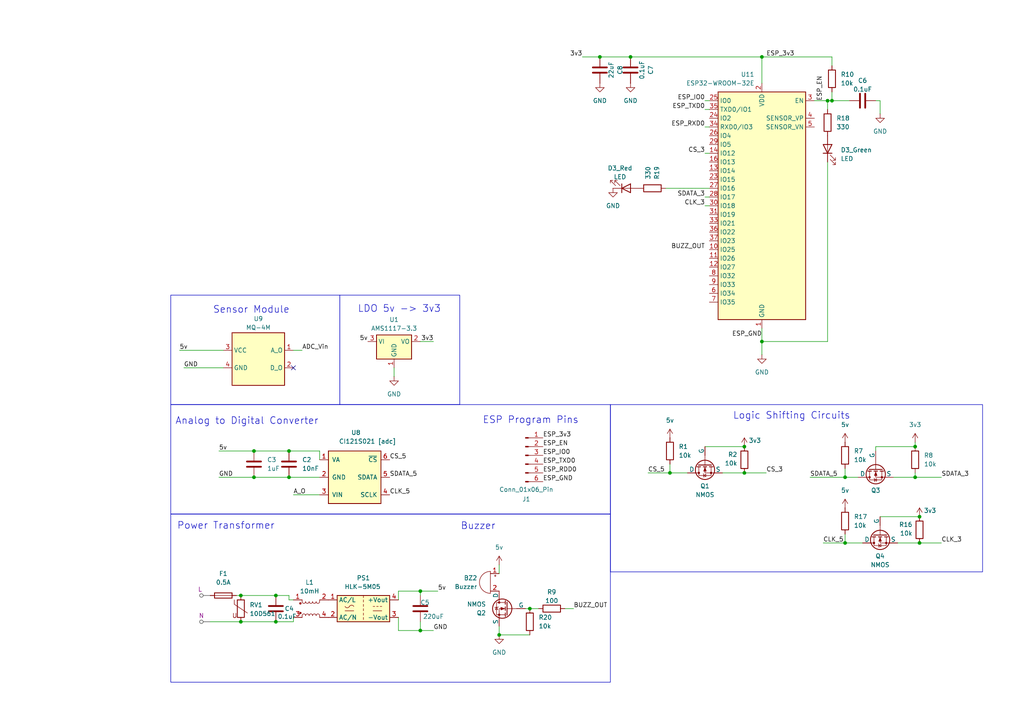
<source format=kicad_sch>
(kicad_sch (version 20250114) (generator "eeschema") (generator_version "9.0")
  (paper "A4")
  (lib_symbols
    (symbol "Analog_ADC:ADS1110" (pin_names (offset 1.016))
      (property "Reference" "U8" (at -1.016 12.954 0))
      (property "Value" "CI121S021" (at -4.572 10.414 0))
      (symbol "ADS1110_0_1"
        (rectangle (start -7.62 7.62) (end 7.62 -7.62) (stroke (width 0.254)) (fill (type background)))
      )
      (symbol "ADS1110_1_1"
        (pin power_in line (at -10.16 5.08 0) (length 2.54) (name "VA") (number "1"))
        (pin input line (at -10.16 0 0) (length 2.54) (name "GND") (number "2"))
        (pin input line (at -10.16 -5.08 0) (length 2.54) (name "VIN") (number "3"))
        (pin power_in line (at 10.16 5.08 180) (length 2.54) (name "~{CS}") (number "6"))
        (pin input line (at 10.16 0 180) (length 2.54) (name "SDATA") (number "5"))
        (pin input line (at 10.16 -5.08 180) (length 2.54) (name "SCLK") (number "4"))
      )
    )
    (symbol "Connector:Conn_01x06_Pin" (pin_names (offset 1.016) (hide yes))
      (property "Reference" "J" (at 0 7.62 0))
      (property "Value" "Conn_01x06_Pin" (at 0 -10.16 0))
      (symbol "Conn_01x06_Pin_1_1"
        (rectangle (start 0.8636 5.207) (end 0 4.953) (stroke (width 0.1524)) (fill (type outline)))
        (rectangle (start 0.8636 2.667) (end 0 2.413) (stroke (width 0.1524)) (fill (type outline)))
        (rectangle (start 0.8636 0.127) (end 0 -0.127) (stroke (width 0.1524)) (fill (type outline)))
        (rectangle (start 0.8636 -2.413) (end 0 -2.667) (stroke (width 0.1524)) (fill (type outline)))
        (rectangle (start 0.8636 -4.953) (end 0 -5.207) (stroke (width 0.1524)) (fill (type outline)))
        (rectangle (start 0.8636 -7.493) (end 0 -7.747) (stroke (width 0.1524)) (fill (type outline)))
        (polyline (pts (xy 1.27 5.08) (xy 0.8636 5.08)) (stroke (width 0.1524)))
        (polyline (pts (xy 1.27 2.54) (xy 0.8636 2.54)) (stroke (width 0.1524)))
        (polyline (pts (xy 1.27 0) (xy 0.8636 0)) (stroke (width 0.1524)))
        (polyline (pts (xy 1.27 -2.54) (xy 0.8636 -2.54)) (stroke (width 0.1524)))
        (polyline (pts (xy 1.27 -5.08) (xy 0.8636 -5.08)) (stroke (width 0.1524)))
        (polyline (pts (xy 1.27 -7.62) (xy 0.8636 -7.62)) (stroke (width 0.1524)))
        (pin passive line (at 5.08 5.08 180) (length 3.81) (name "Pin_1") (number "1"))
        (pin passive line (at 5.08 2.54 180) (length 3.81) (name "Pin_2") (number "2"))
        (pin passive line (at 5.08 0 180) (length 3.81) (name "Pin_3") (number "3"))
        (pin passive line (at 5.08 -2.54 180) (length 3.81) (name "Pin_4") (number "4"))
        (pin passive line (at 5.08 -5.08 180) (length 3.81) (name "Pin_5") (number "5"))
        (pin passive line (at 5.08 -7.62 180) (length 3.81) (name "Pin_6") (number "6"))
      )
    )
    (symbol "Converter_ACDC:HLK-5M05"
      (property "Reference" "PS" (at 0 5.08 0))
      (property "Value" "HLK-5M05" (at 0 -5.08 0))
      (symbol "HLK-5M05_0_1"
        (rectangle (start -7.62 3.81) (end 7.62 -3.81) (stroke (width 0.254)) (fill (type background)))
        (polyline (pts (xy -5.334 -0.635) (xy -2.794 -0.635)))
        (arc (start -4.064 0.635) (mid -4.699 0.2495) (end -5.334 0.635))
        (arc (start -4.064 0.635) (mid -3.429 1.0072) (end -2.794 0.635))
        (polyline (pts (xy 0 3.81) (xy 0 3.175)))
        (polyline (pts (xy 0 2.54) (xy 0 1.905)))
        (polyline (pts (xy 0 1.27) (xy 0 0.635)))
        (polyline (pts (xy 0 0) (xy 0 -0.635)))
        (polyline (pts (xy 0 -1.27) (xy 0 -1.905)))
        (polyline (pts (xy 0 -2.54) (xy 0 -3.175)))
        (polyline (pts (xy 2.794 0.635) (xy 3.302 0.635)))
        (polyline (pts (xy 2.794 -0.635) (xy 5.334 -0.635)))
        (polyline (pts (xy 3.81 0.635) (xy 4.318 0.635)))
        (polyline (pts (xy 4.826 0.635) (xy 5.334 0.635)))
      )
      (symbol "HLK-5M05_1_1"
        (pin power_in line (at -10.16 2.54 0) (length 2.54) (name "AC/L") (number "1"))
        (pin power_in line (at -10.16 -2.54 0) (length 2.54) (name "AC/N") (number "2"))
        (pin power_out line (at 10.16 2.54 180) (length 2.54) (name "+Vout") (number "4"))
        (pin power_out line (at 10.16 -2.54 180) (length 2.54) (name "-Vout") (number "3"))
      )
    )
    (symbol "Device:Buzzer" (pin_names (offset 0.0254) (hide yes))
      (property "Reference" "BZ" (at 3.81 1.27 0))
      (property "Value" "Buzzer" (at 3.81 -1.27 0))
      (symbol "Buzzer_0_1"
        (polyline (pts (xy -1.651 1.905) (xy -1.143 1.905)))
        (polyline (pts (xy -1.397 2.159) (xy -1.397 1.651)))
        (arc (start 0 3.175) (mid 3.1612 0) (end 0 -3.175))
        (polyline (pts (xy 0 3.175) (xy 0 -3.175)))
      )
      (symbol "Buzzer_1_1"
        (pin passive line (at -2.54 2.54 0) (length 2.54) (name "+") (number "1"))
        (pin passive line (at -2.54 -2.54 0) (length 2.54) (name "-") (number "2"))
      )
    )
    (symbol "Device:C" (pin_numbers (hide yes)) (pin_names (offset 0.254))
      (property "Reference" "C" (at 0.635 2.54 0))
      (property "Value" "C" (at 0.635 -2.54 0))
      (symbol "C_0_1"
        (polyline (pts (xy -2.032 0.762) (xy 2.032 0.762)) (stroke (width 0.508)))
        (polyline (pts (xy -2.032 -0.762) (xy 2.032 -0.762)) (stroke (width 0.508)))
      )
      (symbol "C_1_1"
        (pin passive line (at 0 3.81 270) (length 2.794) (name "~") (number "1"))
        (pin passive line (at 0 -3.81 90) (length 2.794) (name "~") (number "2"))
      )
    )
    (symbol "Device:Fuse" (pin_numbers (hide yes)) (pin_names (offset 0))
      (property "Reference" "F" (at 2.032 0 90))
      (property "Value" "Fuse" (at -1.905 0 90))
      (symbol "Fuse_0_1"
        (rectangle (start -0.762 -2.54) (end 0.762 2.54) (stroke (width 0.254)))
        (polyline (pts (xy 0 2.54) (xy 0 -2.54)))
      )
      (symbol "Fuse_1_1"
        (pin passive line (at 0 3.81 270) (length 1.27) (name "~") (number "1"))
        (pin passive line (at 0 -3.81 90) (length 1.27) (name "~") (number "2"))
      )
    )
    (symbol "Device:LED" (pin_numbers (hide yes)) (pin_names (offset 1.016) (hide yes))
      (property "Reference" "D" (at 0 2.54 0))
      (property "Value" "LED" (at 0 -2.54 0))
      (symbol "LED_0_1"
        (polyline (pts (xy -3.048 -0.762) (xy -4.572 -2.286) (xy -3.81 -2.286) (xy -4.572 -2.286) (xy -4.572 -1.524)))
        (polyline (pts (xy -1.778 -0.762) (xy -3.302 -2.286) (xy -2.54 -2.286) (xy -3.302 -2.286) (xy -3.302 -1.524)))
        (polyline (pts (xy -1.27 0) (xy 1.27 0)))
        (polyline (pts (xy -1.27 -1.27) (xy -1.27 1.27)) (stroke (width 0.254)))
        (polyline (pts (xy 1.27 -1.27) (xy 1.27 1.27) (xy -1.27 0) (xy 1.27 -1.27)) (stroke (width 0.254)))
      )
      (symbol "LED_1_1"
        (pin passive line (at -3.81 0 0) (length 2.54) (name "K") (number "1"))
        (pin passive line (at 3.81 0 180) (length 2.54) (name "A") (number "2"))
      )
    )
    (symbol "Device:L_Coupled" (pin_names (offset 0.254) (hide yes))
      (property "Reference" "L" (at 0 4.445 0))
      (property "Value" "L_Coupled" (at 0 -4.445 0))
      (symbol "L_Coupled_0_1"
        (circle (center -3.048 1.524) (radius 0.254) (fill (type outline)))
        (circle (center -3.048 -1.27) (radius 0.254) (fill (type outline)))
        (polyline (pts (xy -2.54 2.032) (xy -2.54 2.54)))
        (polyline (pts (xy -2.54 -2.032) (xy -2.54 -2.54)))
        (arc (start -1.524 2.032) (mid -2.032 1.5262) (end -2.54 2.032))
        (arc (start -2.54 -2.032) (mid -2.032 -1.5262) (end -1.524 -2.032))
        (arc (start -0.508 2.032) (mid -1.016 1.5262) (end -1.524 2.032))
        (arc (start -1.524 -2.032) (mid -1.016 -1.5262) (end -0.508 -2.032))
        (arc (start 0.508 2.032) (mid 0 1.5262) (end -0.508 2.032))
        (arc (start -0.508 -2.032) (mid 0 -1.5262) (end 0.508 -2.032))
        (arc (start 1.524 2.032) (mid 1.016 1.5262) (end 0.508 2.032))
        (arc (start 0.508 -2.032) (mid 1.016 -1.5262) (end 1.524 -2.032))
        (arc (start 2.54 2.032) (mid 2.032 1.5262) (end 1.524 2.032))
        (arc (start 1.524 -2.032) (mid 2.032 -1.5262) (end 2.54 -2.032))
        (polyline (pts (xy 2.54 2.54) (xy 2.54 2.032)))
        (polyline (pts (xy 2.54 -2.032) (xy 2.54 -2.54)))
      )
      (symbol "L_Coupled_1_1"
        (pin passive line (at -5.08 2.54 0) (length 2.54) (name "1") (number "1"))
        (pin passive line (at -5.08 -2.54 0) (length 2.54) (name "3") (number "3"))
        (pin passive line (at 5.08 2.54 180) (length 2.54) (name "2") (number "2"))
        (pin passive line (at 5.08 -2.54 180) (length 2.54) (name "4") (number "4"))
      )
    )
    (symbol "Device:R" (pin_numbers (hide yes)) (pin_names (offset 0))
      (property "Reference" "R" (at 2.032 0 90))
      (property "Value" "R" (at 0 0 90))
      (symbol "R_0_1"
        (rectangle (start -1.016 -2.54) (end 1.016 2.54) (stroke (width 0.254)))
      )
      (symbol "R_1_1"
        (pin passive line (at 0 3.81 270) (length 1.27) (name "~") (number "1"))
        (pin passive line (at 0 -3.81 90) (length 1.27) (name "~") (number "2"))
      )
    )
    (symbol "Device:Varistor" (pin_numbers (hide yes)) (pin_names (offset 0))
      (property "Reference" "RV" (at 3.175 0 90))
      (property "Value" "Varistor" (at -3.175 0 90))
      (symbol "Varistor_0_0"
        (text "U" (at -1.778 -2.032 0) (effects (font (size 1.27 1.27))))
      )
      (symbol "Varistor_0_1"
        (polyline (pts (xy -1.905 2.54) (xy -1.905 1.27) (xy 1.905 -1.27)))
        (rectangle (start -1.016 -2.54) (end 1.016 2.54) (stroke (width 0.254)))
      )
      (symbol "Varistor_1_1"
        (pin passive line (at 0 3.81 270) (length 1.27) (name "~") (number "1"))
        (pin passive line (at 0 -3.81 90) (length 1.27) (name "~") (number "2"))
      )
    )
    (symbol "RF_Module:ESP32-WROOM-32E"
      (property "Reference" "U" (at -12.7 34.29 0))
      (property "Value" "ESP32-WROOM-32E" (at 1.27 34.29 0))
      (symbol "ESP32-WROOM-32E_0_1"
        (rectangle (start -12.7 33.02) (end 12.7 -33.02) (stroke (width 0.254)) (fill (type background)))
      )
      (symbol "ESP32-WROOM-32E_1_1"
        (pin input line (at -15.24 30.48 0) (length 2.54) (name "EN") (number "3"))
        (pin input line (at -15.24 25.4 0) (length 2.54) (name "SENSOR_VP") (number "4"))
        (pin input line (at -15.24 22.86 0) (length 2.54) (name "SENSOR_VN") (number "5"))
        (pin no_connect line (at -12.7 0 0) (length 2.54) (hide yes) (name "NC") (number "21"))
        (pin no_connect line (at -12.7 -2.54 0) (length 2.54) (hide yes) (name "NC") (number "22"))
        (pin no_connect line (at -12.7 -5.08 0) (length 2.54) (hide yes) (name "NC") (number "17"))
        (pin no_connect line (at -12.7 -7.62 0) (length 2.54) (hide yes) (name "NC") (number "18"))
        (pin no_connect line (at -12.7 -10.16 0) (length 2.54) (hide yes) (name "NC") (number "20"))
        (pin no_connect line (at -12.7 -12.7 0) (length 2.54) (hide yes) (name "NC") (number "19"))
        (pin no_connect line (at -12.7 -27.94 0) (length 2.54) (hide yes) (name "NC") (number "32"))
        (pin power_in line (at 0 35.56 270) (length 2.54) (name "VDD") (number "2"))
        (pin power_in line (at 0 -35.56 90) (length 2.54) (name "GND") (number "1"))
        (pin passive line (at 0 -35.56 90) (length 2.54) (hide yes) (name "GND") (number "15"))
        (pin passive line (at 0 -35.56 90) (length 2.54) (hide yes) (name "GND") (number "38"))
        (pin passive line (at 0 -35.56 90) (length 2.54) (hide yes) (name "GND") (number "39"))
        (pin bidirectional line (at 15.24 30.48 180) (length 2.54) (name "IO0") (number "25"))
        (pin bidirectional line (at 15.24 27.94 180) (length 2.54) (name "TXD0/IO1") (number "35"))
        (pin bidirectional line (at 15.24 25.4 180) (length 2.54) (name "IO2") (number "24"))
        (pin bidirectional line (at 15.24 22.86 180) (length 2.54) (name "RXD0/IO3") (number "34"))
        (pin bidirectional line (at 15.24 20.32 180) (length 2.54) (name "IO4") (number "26"))
        (pin bidirectional line (at 15.24 17.78 180) (length 2.54) (name "IO5") (number "29"))
        (pin bidirectional line (at 15.24 15.24 180) (length 2.54) (name "IO12") (number "14"))
        (pin bidirectional line (at 15.24 12.7 180) (length 2.54) (name "IO13") (number "16"))
        (pin bidirectional line (at 15.24 10.16 180) (length 2.54) (name "IO14") (number "13"))
        (pin bidirectional line (at 15.24 7.62 180) (length 2.54) (name "IO15") (number "23"))
        (pin bidirectional line (at 15.24 5.08 180) (length 2.54) (name "IO16") (number "27"))
        (pin bidirectional line (at 15.24 2.54 180) (length 2.54) (name "IO17") (number "28"))
        (pin bidirectional line (at 15.24 0 180) (length 2.54) (name "IO18") (number "30"))
        (pin bidirectional line (at 15.24 -2.54 180) (length 2.54) (name "IO19") (number "31"))
        (pin bidirectional line (at 15.24 -5.08 180) (length 2.54) (name "IO21") (number "33"))
        (pin bidirectional line (at 15.24 -7.62 180) (length 2.54) (name "IO22") (number "36"))
        (pin bidirectional line (at 15.24 -10.16 180) (length 2.54) (name "IO23") (number "37"))
        (pin bidirectional line (at 15.24 -12.7 180) (length 2.54) (name "IO25") (number "10"))
        (pin bidirectional line (at 15.24 -15.24 180) (length 2.54) (name "IO26") (number "11"))
        (pin bidirectional line (at 15.24 -17.78 180) (length 2.54) (name "IO27") (number "12"))
        (pin bidirectional line (at 15.24 -20.32 180) (length 2.54) (name "IO32") (number "8"))
        (pin bidirectional line (at 15.24 -22.86 180) (length 2.54) (name "IO33") (number "9"))
        (pin input line (at 15.24 -25.4 180) (length 2.54) (name "IO34") (number "6"))
        (pin input line (at 15.24 -27.94 180) (length 2.54) (name "IO35") (number "7"))
      )
    )
    (symbol "Regulator_Linear:AMS1117-3.3"
      (property "Reference" "U" (at -3.81 3.175 0))
      (property "Value" "AMS1117-3.3" (at 0 3.175 0))
      (symbol "AMS1117-3.3_0_1"
        (rectangle (start -5.08 -5.08) (end 5.08 1.905) (stroke (width 0.254)) (fill (type background)))
      )
      (symbol "AMS1117-3.3_1_1"
        (pin power_in line (at -7.62 0 0) (length 2.54) (name "VI") (number "3"))
        (pin power_in line (at 0 -7.62 90) (length 2.54) (name "GND") (number "1"))
        (pin power_out line (at 7.62 0 180) (length 2.54) (name "VO") (number "2"))
      )
    )
    (symbol "Sensor_Gas:MQ-6"
      (property "Reference" "U3" (at 2.1433 12.7 0))
      (property "Value" "MQ-4M" (at 2.1433 10.16 0))
      (symbol "MQ-6_0_1"
        (rectangle (start -7.62 7.62) (end 7.62 -7.62) (stroke (width 0.254)) (fill (type background)))
      )
      (symbol "MQ-6_1_1"
        (pin passive line (at -10.16 2.54 0) (length 2.54) (name "VCC") (number "3"))
        (pin passive line (at -10.16 -2.54 0) (length 2.54) (name "GND") (number "4"))
        (pin passive line (at 10.16 2.54 180) (length 2.54) (name "A_O") (number "1"))
        (pin passive line (at 10.16 -2.54 180) (length 2.54) (name "D_O") (number "2"))
      )
    )
    (symbol "Simulation_SPICE:NMOS" (pin_numbers (hide yes)) (pin_names (offset 0))
      (property "Reference" "Q" (at 5.08 1.27 0))
      (property "Value" "NMOS" (at 5.08 -1.27 0))
      (symbol "NMOS_0_1"
        (polyline (pts (xy 0.254 1.905) (xy 0.254 -1.905)) (stroke (width 0.254)))
        (polyline (pts (xy 0.254 0) (xy -2.54 0)))
        (polyline (pts (xy 0.762 2.286) (xy 0.762 1.27)) (stroke (width 0.254)))
        (polyline (pts (xy 0.762 0.508) (xy 0.762 -0.508)) (stroke (width 0.254)))
        (polyline (pts (xy 0.762 -1.27) (xy 0.762 -2.286)) (stroke (width 0.254)))
        (polyline (pts (xy 0.762 -1.778) (xy 3.302 -1.778) (xy 3.302 1.778) (xy 0.762 1.778)))
        (polyline (pts (xy 1.016 0) (xy 2.032 0.381) (xy 2.032 -0.381) (xy 1.016 0)) (fill (type outline)))
        (circle (center 1.651 0) (radius 2.794) (stroke (width 0.254)))
        (polyline (pts (xy 2.54 2.54) (xy 2.54 1.778)))
        (circle (center 2.54 1.778) (radius 0.254) (fill (type outline)))
        (circle (center 2.54 -1.778) (radius 0.254) (fill (type outline)))
        (polyline (pts (xy 2.54 -2.54) (xy 2.54 0) (xy 0.762 0)))
        (polyline (pts (xy 2.794 0.508) (xy 2.921 0.381) (xy 3.683 0.381) (xy 3.81 0.254)))
        (polyline (pts (xy 3.302 0.381) (xy 2.921 -0.254) (xy 3.683 -0.254) (xy 3.302 0.381)))
      )
      (symbol "NMOS_1_1"
        (pin input line (at -5.08 0 0) (length 2.54) (name "G") (number "2"))
        (pin passive line (at 2.54 5.08 270) (length 2.54) (name "D") (number "1"))
        (pin passive line (at 2.54 -5.08 90) (length 2.54) (name "S") (number "3"))
      )
    )
    (symbol "power:GND" (power) (pin_numbers (hide yes)) (pin_names (offset 0) (hide yes))
      (property "Value" "GND" (at 0 -3.81 0))
      (symbol "GND_0_1"
        (polyline (pts (xy 0 0) (xy 0 -1.27) (xy 1.27 -1.27) (xy 0 -2.54) (xy -1.27 -1.27) (xy 0 -1.27)))
      )
      (symbol "GND_1_1"
        (pin power_in line (at 0 0 270) (length 0) (name "~") (number "1"))
      )
    )
    (symbol "power:VCC" (power) (pin_numbers (hide yes)) (pin_names (offset 0) (hide yes))
      (property "Value" "VCC" (at 0 3.556 0))
      (symbol "VCC_0_1"
        (polyline (pts (xy -0.762 1.27) (xy 0 2.54)))
        (polyline (pts (xy 0 2.54) (xy 0.762 1.27)))
        (polyline (pts (xy 0 0) (xy 0 2.54)))
      )
      (symbol "VCC_1_1"
        (pin power_in line (at 0 0 90) (length 0) (name "~") (number "1"))
      )
    )
  )
  (rectangle (start 49.53 85.598) (end 98.552 117.348))
  (rectangle (start 49.53 117.348) (end 177.038 149.098))
  (rectangle (start 98.552 85.598) (end 133.35 117.348))
  (rectangle (start 49.53 149.098) (end 177.038 197.866))
  (rectangle (start 177.038 117.348) (end 284.988 165.862))
  (text "LDO 5v -> 3v3" (at 115.824 89.662 0) (effects (font (size 2 2))))
  (text "ESP Program Pins\n" (at 153.924 121.92 0) (effects (font (size 2 2))))
  (text "Analog to Digital Converter" (at 71.628 122.174 0) (effects (font (size 2 2))))
  (text "Buzzer\n" (at 138.684 152.654 0) (effects (font (size 2 2))))
  (text "Sensor Module\n" (at 72.898 89.916 0) (effects (font (size 2 2))))
  (text "Power Transformer\n\n" (at 65.532 154.178 0) (effects (font (size 2 2))))
  (text "to do:\n- add resistors and capacators [almost done]\n- check EN pullup (maybe add on/off switch?)\n- LED indicating on [done]\n- LED indicating gas detected [done]\n- do the proper connections for the 220-5v [done]\n- create module for sensor [almost done]\n" (at -40.894 232.664 0) (effects (font (size 2 2) (thickness 0.4) (bold yes)) (justify left)))
  (text "Logic Shifting Circuits" (at 229.616 120.65 0) (effects (font (size 2 2))))
  (junction (at 80.01 180.34))
  (junction (at 173.99 16.51))
  (junction (at 121.92 171.45))
  (junction (at 265.43 129.54))
  (junction (at 83.82 130.81))
  (junction (at 121.92 182.88))
  (junction (at 215.9 129.54))
  (junction (at 215.9 137.16))
  (junction (at 265.43 138.43))
  (junction (at 220.98 99.06))
  (junction (at 153.67 176.53))
  (junction (at 245.11 157.48))
  (junction (at 144.78 184.15))
  (junction (at 220.98 16.51))
  (junction (at 240.03 29.21))
  (junction (at 73.66 138.43))
  (junction (at 73.66 130.81))
  (junction (at 266.7 157.48))
  (junction (at 83.82 138.43))
  (junction (at 69.85 172.72))
  (junction (at 80.01 172.72))
  (junction (at 69.85 180.34))
  (junction (at 266.7 149.86))
  (junction (at 245.11 138.43))
  (junction (at 194.31 137.16))
  (junction (at 241.3 29.21))
  (junction (at 182.88 16.51))
  (no_connect (at 85.09 106.68))
  (wire (pts (xy 87.63 101.6) (xy 85.09 101.6)))
  (wire (pts (xy 166.37 176.53) (xy 163.83 176.53)))
  (wire (pts (xy 63.5 130.81) (xy 73.66 130.81)))
  (wire (pts (xy 173.99 16.51) (xy 182.88 16.51)))
  (wire (pts (xy 234.95 138.43) (xy 245.11 138.43)))
  (wire (pts (xy 265.43 138.43) (xy 273.05 138.43)))
  (wire (pts (xy 245.11 135.89) (xy 245.11 138.43)))
  (wire (pts (xy 80.01 180.34) (xy 85.09 180.34)))
  (wire (pts (xy 69.85 180.34) (xy 80.01 180.34)))
  (wire (pts (xy 114.3 106.68) (xy 114.3 109.22)))
  (wire (pts (xy 238.76 157.48) (xy 245.11 157.48)))
  (wire (pts (xy 255.27 29.21) (xy 255.27 33.02)))
  (wire (pts (xy 115.57 182.88) (xy 115.57 179.07)))
  (wire (pts (xy 265.43 129.54) (xy 265.43 128.27)))
  (wire (pts (xy 240.03 31.75) (xy 240.03 29.21)))
  (wire (pts (xy 121.92 182.88) (xy 121.92 180.34)))
  (wire (pts (xy 220.98 16.51) (xy 220.98 24.13)))
  (wire (pts (xy 63.5 138.43) (xy 73.66 138.43)))
  (wire (pts (xy 265.43 137.16) (xy 265.43 138.43)))
  (wire (pts (xy 204.47 36.83) (xy 205.74 36.83)))
  (wire (pts (xy 204.47 57.15) (xy 205.74 57.15)))
  (wire (pts (xy 204.47 129.54) (xy 215.9 129.54)))
  (wire (pts (xy 204.47 44.45) (xy 205.74 44.45)))
  (wire (pts (xy 115.57 182.88) (xy 121.92 182.88)))
  (wire (pts (xy 83.82 138.43) (xy 92.71 138.43)))
  (wire (pts (xy 144.78 163.83) (xy 144.78 166.37)))
  (wire (pts (xy 125.73 182.88) (xy 121.92 182.88)))
  (wire (pts (xy 240.03 29.21) (xy 241.3 29.21)))
  (wire (pts (xy 125.73 99.06) (xy 121.92 99.06)))
  (wire (pts (xy 121.92 171.45) (xy 121.92 172.72)))
  (wire (pts (xy 85.09 143.51) (xy 92.71 143.51)))
  (wire (pts (xy 153.67 184.15) (xy 144.78 184.15)))
  (wire (pts (xy 85.09 173.99) (xy 83.82 173.99)))
  (wire (pts (xy 254 130.81) (xy 254 129.54)))
  (wire (pts (xy 199.39 137.16) (xy 194.31 137.16)))
  (wire (pts (xy 204.47 59.69) (xy 205.74 59.69)))
  (wire (pts (xy 250.19 157.48) (xy 245.11 157.48)))
  (wire (pts (xy 194.31 137.16) (xy 194.31 134.62)))
  (wire (pts (xy 64.77 106.68) (xy 53.34 106.68)))
  (wire (pts (xy 83.82 172.72) (xy 80.01 172.72)))
  (wire (pts (xy 259.08 138.43) (xy 265.43 138.43)))
  (wire (pts (xy 220.98 16.51) (xy 241.3 16.51)))
  (wire (pts (xy 73.66 130.81) (xy 83.82 130.81)))
  (wire (pts (xy 255.27 149.86) (xy 266.7 149.86)))
  (wire (pts (xy 182.88 16.51) (xy 220.98 16.51)))
  (wire (pts (xy 144.78 184.15) (xy 144.78 181.61)))
  (wire (pts (xy 240.03 46.99) (xy 240.03 99.06)))
  (wire (pts (xy 240.03 99.06) (xy 220.98 99.06)))
  (wire (pts (xy 220.98 95.25) (xy 220.98 99.06)))
  (wire (pts (xy 193.04 54.61) (xy 205.74 54.61)))
  (wire (pts (xy 168.91 16.51) (xy 173.99 16.51)))
  (wire (pts (xy 245.11 138.43) (xy 248.92 138.43)))
  (wire (pts (xy 83.82 130.81) (xy 92.71 130.81)))
  (wire (pts (xy 69.85 172.72) (xy 80.01 172.72)))
  (wire (pts (xy 153.67 176.53) (xy 156.21 176.53)))
  (wire (pts (xy 68.58 172.72) (xy 69.85 172.72)))
  (wire (pts (xy 152.4 176.53) (xy 153.67 176.53)))
  (wire (pts (xy 187.96 137.16) (xy 194.31 137.16)))
  (wire (pts (xy 52.07 101.6) (xy 64.77 101.6)))
  (wire (pts (xy 85.09 179.07) (xy 85.09 180.34)))
  (wire (pts (xy 266.7 157.48) (xy 273.05 157.48)))
  (wire (pts (xy 209.55 137.16) (xy 215.9 137.16)))
  (wire (pts (xy 220.98 102.87) (xy 220.98 99.06)))
  (wire (pts (xy 241.3 16.51) (xy 241.3 19.05)))
  (wire (pts (xy 254 129.54) (xy 265.43 129.54)))
  (wire (pts (xy 254 29.21) (xy 255.27 29.21)))
  (wire (pts (xy 60.96 180.34) (xy 69.85 180.34)))
  (wire (pts (xy 83.82 173.99) (xy 83.82 172.72)))
  (wire (pts (xy 245.11 157.48) (xy 245.11 154.94)))
  (wire (pts (xy 127 171.45) (xy 121.92 171.45)))
  (wire (pts (xy 241.3 26.67) (xy 241.3 29.21)))
  (wire (pts (xy 241.3 29.21) (xy 246.38 29.21)))
  (wire (pts (xy 204.47 31.75) (xy 205.74 31.75)))
  (wire (pts (xy 260.35 157.48) (xy 266.7 157.48)))
  (wire (pts (xy 115.57 171.45) (xy 115.57 173.99)))
  (wire (pts (xy 236.22 29.21) (xy 240.03 29.21)))
  (wire (pts (xy 215.9 137.16) (xy 222.25 137.16)))
  (wire (pts (xy 73.66 138.43) (xy 83.82 138.43)))
  (wire (pts (xy 115.57 171.45) (xy 121.92 171.45)))
  (wire (pts (xy 92.71 133.35) (xy 92.71 130.81)))
  (wire (pts (xy 204.47 29.21) (xy 205.74 29.21)))
  (label "SDATA_3" (at 204.47 57.15 180))
  (label "5v" (at 127 171.45 0))
  (label "SDATA_3" (at 273.05 138.43 0))
  (label "CLK_5" (at 238.76 157.48 0))
  (label "5v" (at 63.5 130.81 0))
  (label "CLK_3" (at 273.05 157.48 0))
  (label "ESP_IO0" (at 204.47 29.21 180))
  (label "CS_3" (at 204.47 44.45 180))
  (label "CLK_3" (at 204.47 59.69 180))
  (label "ESP_EN" (at 238.76 29.21 90))
  (label "CLK_5" (at 113.03 143.51 0))
  (label "BUZZ_OUT" (at 204.47 72.39 180))
  (label "5v" (at 106.68 99.06 180))
  (label "ESP_RDD0" (at 157.48 137.16 0))
  (label "5v" (at 52.07 101.6 0))
  (label "SDATA_5" (at 234.95 138.43 0))
  (label "ESP_RXD0" (at 204.47 36.83 180))
  (label "3v3" (at 168.91 16.51 180))
  (label "ESP_GND" (at 220.98 97.79 180))
  (label "A_O" (at 85.09 143.51 0))
  (label "ESP_TXD0" (at 204.47 31.75 180))
  (label "CS_3" (at 222.25 137.16 0))
  (label "ADC_Vin" (at 87.63 101.6 0))
  (label "ESP_IO0" (at 157.48 132.08 0))
  (label "CS_5" (at 187.96 137.16 0))
  (label "GND" (at 125.73 182.88 0))
  (label "BUZZ_OUT" (at 166.37 176.53 0))
  (label "3v3" (at 125.73 99.06 180))
  (label "ESP_3v3" (at 222.25 16.51 0))
  (label "" (at 72.39 118.11 0) (effects (font (size 2 2))))
  (label "GND" (at 53.34 106.68 0))
  (label "SDATA_5" (at 113.03 138.43 0))
  (label "ESP_EN" (at 157.48 129.54 0))
  (label "ESP_3v3" (at 157.48 127 0))
  (label "ESP_GND" (at 157.48 139.7 0))
  (label "GND" (at 63.5 138.43 0))
  (label "ESP_TXD0" (at 157.48 134.62 0))
  (label "CS_5" (at 113.03 133.35 0))
  (netclass_flag "" (length 2.54) (shape round) (at 60.96 180.34 90) (property "Netclass" "N" (at 57.658 178.562 0) (effects (justify left))))
  (netclass_flag "" (length 2.54) (shape round) (at 60.96 172.72 90) (property "Netclass" "L" (at 57.404 170.942 0) (effects (justify left))))
  (symbol (lib_id "power:GND") (at 220.98 102.87 0) (unit 1)
    (property "Reference" "#PWR01" (effects (hide yes)))
    (property "Value" "GND" (at 220.98 107.95 0))
    (property "Description" "Power symbol creates a global label with name \"GND\" , ground" (effects (hide yes)))
  )
  (symbol (lib_id "Device:R") (at 266.7 153.67 0) (unit 1)
    (property "Reference" "R16" (at 264.668 152.146 0) (effects (justify right)))
    (property "Value" "10k" (at 264.668 154.686 0) (effects (justify right)))
    (property "Description" "Resistor" (effects (hide yes)))
  )
  (symbol (lib_id "Device:R") (at 194.31 130.81 0) (unit 1)
    (property "Reference" "R1" (at 196.85 129.5399 0) (effects (justify left)))
    (property "Value" "10k" (at 196.85 132.0799 0) (effects (justify left)))
    (property "Description" "Resistor" (effects (hide yes)))
  )
  (symbol (lib_id "Device:Fuse") (at 64.77 172.72 90) (unit 1)
    (property "Reference" "F1" (at 64.77 166.37 90))
    (property "Value" "0.5A" (at 64.77 168.91 90))
    (property "Description" "Fuse" (effects (hide yes)))
  )
  (symbol (lib_id "Device:Varistor") (at 69.85 176.53 0) (unit 1)
    (property "Reference" "RV1" (at 72.39 175.4532 0) (effects (justify left)))
    (property "Value" "10D561" (at 72.39 177.9932 0) (effects (justify left)))
    (property "Description" "Voltage dependent resistor" (effects (hide yes)))
    (property "Sim.Name" "kicad_builtin_varistor" (effects (hide yes)))
    (property "Sim.Device" "SUBCKT" (effects (hide yes)))
    (property "Sim.Pins" "1=A 2=B" (effects (hide yes)))
    (property "Sim.Params" "threshold=1k" (effects (hide yes)))
    (property "Sim.Library" "${KICAD9_SYMBOL_DIR}/Simulation_SPICE.sp" (effects (hide yes)))
  )
  (symbol (lib_id "Device:C") (at 80.01 176.53 0) (unit 1)
    (property "Reference" "C4" (at 82.55 176.53 0) (effects (justify left)))
    (property "Value" "0.1uF" (at 80.518 178.816 0) (effects (justify left)))
    (property "Description" "Unpolarized capacitor" (effects (hide yes)))
  )
  (symbol (lib_id "power:GND") (at 173.99 24.13 0) (unit 1)
    (property "Reference" "#PWR06" (effects (hide yes)))
    (property "Value" "GND" (at 173.99 29.21 0))
    (property "Description" "Power symbol creates a global label with name \"GND\" , ground" (effects (hide yes)))
  )
  (symbol (lib_id "power:VCC") (at 215.9 129.54 0) (unit 1)
    (property "Reference" "#PWR023" (effects (hide yes)))
    (property "Value" "3v3" (at 218.948 127.762 0))
    (property "Description" "Power symbol creates a global label with name \"VCC\"" (effects (hide yes)))
  )
  (symbol (lib_id "Simulation_SPICE:NMOS") (at 255.27 154.94 90) (mirror x) (unit 1)
    (property "Reference" "Q4" (at 255.27 161.29 90))
    (property "Value" "NMOS" (at 255.27 163.83 90))
    (property "Datasheet" "https://ngspice.sourceforge.io/docs/ngspice-html-manual/manual.xhtml#cha_MOSFETs" (effects (hide yes)))
    (property "Description" "N-MOSFET transistor, drain/source/gate" (effects (hide yes)))
    (property "Sim.Device" "NMOS" (effects (hide yes)))
    (property "Sim.Type" "VDMOS" (effects (hide yes)))
    (property "Sim.Pins" "1=D 2=G 3=S" (effects (hide yes)))
  )
  (symbol (lib_id "power:GND") (at 114.3 109.22 0) (unit 1)
    (property "Reference" "#PWR07" (effects (hide yes)))
    (property "Value" "GND" (at 114.3 114.3 0))
    (property "Description" "Power symbol creates a global label with name \"GND\" , ground" (effects (hide yes)))
  )
  (symbol (lib_id "Device:LED") (at 240.03 43.18 90) (unit 1)
    (property "Reference" "D3_Green" (at 243.84 43.4974 90) (effects (justify right)))
    (property "Value" "LED" (at 243.84 46.0374 90) (effects (justify right)))
    (property "Description" "Light emitting diode" (effects (hide yes)))
    (property "Sim.Pins" "1=K 2=A" (effects (hide yes)))
  )
  (symbol (lib_id "Device:R") (at 215.9 133.35 0) (unit 1)
    (property "Reference" "R2" (at 213.868 131.826 0) (effects (justify right)))
    (property "Value" "10k" (at 213.868 134.366 0) (effects (justify right)))
    (property "Description" "Resistor" (effects (hide yes)))
  )
  (symbol (lib_id "Device:R") (at 160.02 176.53 90) (unit 1)
    (property "Reference" "R9" (at 160.02 171.704 90))
    (property "Value" "100" (at 160.02 174.244 90))
    (property "Description" "Resistor" (effects (hide yes)))
  )
  (symbol (lib_id "power:VCC") (at 245.11 147.32 0) (unit 1)
    (property "Reference" "#PWR022" (effects (hide yes)))
    (property "Value" "5v" (at 245.11 142.24 0))
    (property "Description" "Power symbol creates a global label with name \"VCC\"" (effects (hide yes)))
  )
  (symbol (lib_id "Regulator_Linear:AMS1117-3.3") (at 114.3 99.06 0) (unit 1)
    (property "Reference" "U1" (at 114.3 92.71 0))
    (property "Value" "AMS1117-3.3" (at 114.3 95.25 0))
    (property "Footprint" "Package_TO_SOT_SMD:SOT-223-3_TabPin2" (effects (hide yes)))
    (property "Datasheet" "http://www.advanced-monolithic.com/pdf/ds1117.pdf" (effects (hide yes)))
    (property "Description" "1A Low Dropout regulator, positive, 3.3V fixed output, SOT-223" (effects (hide yes)))
  )
  (symbol (lib_id "Converter_ACDC:HLK-5M05") (at 105.41 176.53 0) (unit 1)
    (property "Reference" "PS1" (at 105.41 167.64 0))
    (property "Value" "HLK-5M05" (at 105.156 170.18 0))
    (property "Footprint" "Converter_ACDC:Converter_ACDC_Hi-Link_HLK-5Mxx" (effects (hide yes)))
    (property "Datasheet" "http://h.hlktech.com/download/ACDC%E7%94%B5%E6%BA%90%E6%A8%A1%E5%9D%975W%E7%B3%BB%E5%88%97/1/%E6%B5%B7%E5%87%8C%E7%A7%915W%E7%B3%BB%E5%88%97%E7%94%B5%E6%BA%90%E6%A8%A1%E5%9D%97%E8%A7%84%E6%A0%BC%E4%B9%A6V2.8.pdf" (effects (hide yes)))
    (property "Description" "Compact AC/DC board mount power module 5W, 5V 1A" (effects (hide yes)))
  )
  (symbol (lib_id "Device:C") (at 121.92 176.53 0) (unit 1)
    (property "Reference" "C5" (at 121.92 174.752 0) (effects (justify left)))
    (property "Value" "220uF" (at 122.682 178.816 0) (effects (justify left)))
    (property "Description" "Unpolarized capacitor" (effects (hide yes)))
  )
  (symbol (lib_id "Device:LED") (at 181.61 54.61 0) (mirror x) (unit 1)
    (property "Reference" "D3_Red" (at 179.832 48.768 0))
    (property "Value" "LED" (at 179.832 51.308 0))
    (property "Description" "Light emitting diode" (effects (hide yes)))
    (property "Sim.Pins" "1=K 2=A" (effects (hide yes)))
  )
  (symbol (lib_id "Device:R") (at 245.11 132.08 0) (unit 1)
    (property "Reference" "R7" (at 247.65 130.8099 0) (effects (justify left)))
    (property "Value" "10k" (at 247.65 133.3499 0) (effects (justify left)))
    (property "Description" "Resistor" (effects (hide yes)))
  )
  (symbol (lib_id "power:VCC") (at 144.78 163.83 0) (unit 1)
    (property "Reference" "#PWR03" (effects (hide yes)))
    (property "Value" "5v" (at 144.78 158.75 0))
    (property "Description" "Power symbol creates a global label with name \"VCC\"" (effects (hide yes)))
  )
  (symbol (lib_id "Simulation_SPICE:NMOS") (at 254 135.89 90) (mirror x) (unit 1)
    (property "Reference" "Q3" (at 254 142.24 90))
    (property "Value" "NMOS" (effects (hide yes)))
    (property "Datasheet" "https://ngspice.sourceforge.io/docs/ngspice-html-manual/manual.xhtml#cha_MOSFETs" (effects (hide yes)))
    (property "Description" "N-MOSFET transistor, drain/source/gate" (effects (hide yes)))
    (property "Sim.Device" "NMOS" (effects (hide yes)))
    (property "Sim.Type" "VDMOS" (effects (hide yes)))
    (property "Sim.Pins" "1=D 2=G 3=S" (effects (hide yes)))
  )
  (symbol (lib_id "Device:C") (at 73.66 134.62 0) (unit 1)
    (property "Reference" "C3" (at 77.47 133.3499 0) (effects (justify left)))
    (property "Value" "1uF" (at 77.47 135.8899 0) (effects (justify left)))
    (property "Description" "Unpolarized capacitor" (effects (hide yes)))
  )
  (symbol (lib_id "Device:R") (at 153.67 180.34 0) (unit 1)
    (property "Reference" "R20" (at 156.21 179.0699 0) (effects (justify left)))
    (property "Value" "10k" (at 156.21 181.6099 0) (effects (justify left)))
    (property "Description" "Resistor" (effects (hide yes)))
  )
  (symbol (lib_id "Simulation_SPICE:NMOS") (at 204.47 134.62 90) (mirror x) (unit 1)
    (property "Reference" "Q1" (at 204.47 140.97 90))
    (property "Value" "NMOS" (at 204.47 143.51 90))
    (property "Datasheet" "https://ngspice.sourceforge.io/docs/ngspice-html-manual/manual.xhtml#cha_MOSFETs" (effects (hide yes)))
    (property "Description" "N-MOSFET transistor, drain/source/gate" (effects (hide yes)))
    (property "Sim.Device" "NMOS" (effects (hide yes)))
    (property "Sim.Type" "VDMOS" (effects (hide yes)))
    (property "Sim.Pins" "1=D 2=G 3=S" (effects (hide yes)))
  )
  (symbol (lib_id "Device:R") (at 241.3 22.86 0) (unit 1)
    (property "Reference" "R10" (at 243.84 21.5899 0) (effects (justify left)))
    (property "Value" "10k" (at 243.84 24.1299 0) (effects (justify left)))
    (property "Description" "Resistor" (effects (hide yes)))
  )
  (symbol (lib_id "power:VCC") (at 245.11 128.27 0) (unit 1)
    (property "Reference" "#PWR021" (effects (hide yes)))
    (property "Value" "5v" (at 245.11 123.19 0))
    (property "Description" "Power symbol creates a global label with name \"VCC\"" (effects (hide yes)))
  )
  (symbol (lib_id "Device:R") (at 245.11 151.13 0) (unit 1)
    (property "Reference" "R17" (at 247.65 149.8599 0) (effects (justify left)))
    (property "Value" "10k" (at 247.65 152.3999 0) (effects (justify left)))
    (property "Description" "Resistor" (effects (hide yes)))
  )
  (symbol (lib_id "Device:R") (at 265.43 133.35 0) (unit 1)
    (property "Reference" "R8" (at 267.97 132.0799 0) (effects (justify left)))
    (property "Value" "10k" (at 267.97 134.6199 0) (effects (justify left)))
    (property "Description" "Resistor" (effects (hide yes)))
  )
  (symbol (lib_id "power:VCC") (at 194.31 127 0) (unit 1)
    (property "Reference" "#PWR04" (effects (hide yes)))
    (property "Value" "5v" (at 194.31 121.92 0))
    (property "Description" "Power symbol creates a global label with name \"VCC\"" (effects (hide yes)))
  )
  (symbol (lib_id "Device:C") (at 182.88 20.32 0) (unit 1)
    (property "Reference" "C7" (at 188.722 20.32 90))
    (property "Value" "0.1uF" (at 186.182 20.32 90))
    (property "Description" "Unpolarized capacitor" (effects (hide yes)))
  )
  (symbol (lib_id "Simulation_SPICE:NMOS") (at 147.32 176.53 0) (mirror y) (unit 1)
    (property "Reference" "Q2" (at 140.97 177.8001 0) (effects (justify left)))
    (property "Value" "NMOS" (at 140.97 175.2601 0) (effects (justify left)))
    (property "Datasheet" "https://ngspice.sourceforge.io/docs/ngspice-html-manual/manual.xhtml#cha_MOSFETs" (effects (hide yes)))
    (property "Description" "N-MOSFET transistor, drain/source/gate" (effects (hide yes)))
    (property "Sim.Device" "NMOS" (effects (hide yes)))
    (property "Sim.Type" "VDMOS" (effects (hide yes)))
    (property "Sim.Pins" "1=D 2=G 3=S" (effects (hide yes)))
  )
  (symbol (lib_id "Analog_ADC:ADS1110") (at 102.87 138.43 0) (unit 1)
    (property "Reference" "U8" (at 101.854 125.476 0) (effects (justify left)))
    (property "Value" "CI121S021 [adc]" (at 98.298 128.016 0) (effects (justify left)))
    (property "Footprint" "Package_TO_SOT_SMD:SOT-23-6" (effects (hide yes)))
    (property "Datasheet" "http://www.ti.com/lit/ds/symlink/ads1110.pdf" (effects (hide yes)))
    (property "Description" "16 Bit Analog to Digital converter with on board reference" (effects (hide yes)))
  )
  (symbol (lib_id "Sensor_Gas:MQ-6") (at 74.93 104.14 0) (unit 1)
    (property "Reference" "U9" (at 74.93 92.456 0))
    (property "Value" "MQ-4M" (at 74.93 94.996 0))
    (property "Footprint" "Sensor:MQ-6" (effects (hide yes)))
    (property "Datasheet" "https://www.winsen-sensor.com/d/files/semiconductor/mq-6.pdf" (effects (hide yes)))
    (property "Description" "Semiconductor Sensor for Flammable Gas" (effects (hide yes)))
  )
  (symbol (lib_id "Device:R") (at 240.03 35.56 0) (unit 1)
    (property "Reference" "R18" (at 242.57 34.2899 0) (effects (justify left)))
    (property "Value" "330" (at 242.57 36.8299 0) (effects (justify left)))
    (property "Description" "Resistor" (effects (hide yes)))
  )
  (symbol (lib_id "RF_Module:ESP32-WROOM-32E") (at 220.98 59.69 0) (mirror y) (unit 1)
    (property "Reference" "U11" (at 218.8367 21.59 0) (effects (justify left)))
    (property "Value" "ESP32-WROOM-32E" (at 218.8367 24.13 0) (effects (justify left)))
    (property "Footprint" "RF_Module:ESP32-WROOM-32D" (effects (hide yes)))
    (property "Datasheet" "https://www.espressif.com/sites/default/files/documentation/esp32-wroom-32e_esp32-wroom-32ue_datasheet_en.pdf" (effects (hide yes)))
    (property "Description" "RF Module, ESP32-D0WD-V3 SoC, without PSRAM, Wi-Fi 802.11b/g/n, Bluetooth, BLE, 32-bit, 2.7-3.6V, onboard antenna, SMD" (effects (hide yes)))
  )
  (symbol (lib_id "power:GND") (at 144.78 184.15 0) (unit 1)
    (property "Reference" "#PWR02" (effects (hide yes)))
    (property "Value" "GND" (at 144.78 189.23 0))
    (property "Description" "Power symbol creates a global label with name \"GND\" , ground" (effects (hide yes)))
  )
  (symbol (lib_id "power:GND") (at 255.27 33.02 0) (unit 1)
    (property "Reference" "#PWR05" (effects (hide yes)))
    (property "Value" "GND" (at 255.27 38.1 0))
    (property "Description" "Power symbol creates a global label with name \"GND\" , ground" (effects (hide yes)))
  )
  (symbol (lib_id "power:VCC") (at 266.7 149.86 0) (unit 1)
    (property "Reference" "#PWR020" (effects (hide yes)))
    (property "Value" "3v3" (at 269.748 148.082 0))
    (property "Description" "Power symbol creates a global label with name \"VCC\"" (effects (hide yes)))
  )
  (symbol (lib_id "Device:Buzzer") (at 142.24 168.91 0) (mirror y) (unit 1)
    (property "Reference" "BZ2" (at 138.43 167.6399 0) (effects (justify left)))
    (property "Value" "Buzzer" (at 138.43 170.1799 0) (effects (justify left)))
    (property "Description" "Buzzer, polarized" (effects (hide yes)))
  )
  (symbol (lib_id "Device:C") (at 250.19 29.21 90) (unit 1)
    (property "Reference" "C6" (at 250.19 23.368 90))
    (property "Value" "0.1uF" (at 250.19 25.908 90))
    (property "Description" "Unpolarized capacitor" (effects (hide yes)))
  )
  (symbol (lib_id "power:VCC") (at 265.43 128.27 0) (unit 1)
    (property "Reference" "#PWR019" (effects (hide yes)))
    (property "Value" "3v3" (at 265.43 123.19 0))
    (property "Description" "Power symbol creates a global label with name \"VCC\"" (effects (hide yes)))
  )
  (symbol (lib_id "Device:R") (at 189.23 54.61 270) (mirror x) (unit 1)
    (property "Reference" "R19" (at 190.5001 52.07 0) (effects (justify left)))
    (property "Value" "330" (at 187.9601 52.07 0) (effects (justify left)))
    (property "Description" "Resistor" (effects (hide yes)))
  )
  (symbol (lib_id "Device:C") (at 173.99 20.32 0) (unit 1)
    (property "Reference" "C8" (at 179.832 20.32 90))
    (property "Value" "22uF" (at 177.292 20.32 90))
    (property "Description" "Unpolarized capacitor" (effects (hide yes)))
  )
  (symbol (lib_id "Connector:Conn_01x06_Pin") (at 152.4 132.08 0) (unit 1)
    (property "Reference" "J1" (at 152.654 144.78 0))
    (property "Value" "Conn_01x06_Pin" (at 152.654 141.986 0))
    (property "Description" "Generic connector, single row, 01x06, script generated" (effects (hide yes)))
  )
  (symbol (lib_id "Device:C") (at 83.82 134.62 0) (unit 1)
    (property "Reference" "C2" (at 87.63 133.3499 0) (effects (justify left)))
    (property "Value" "10nF" (at 87.63 135.8899 0) (effects (justify left)))
    (property "Description" "Unpolarized capacitor" (effects (hide yes)))
  )
  (symbol (lib_id "power:GND") (at 177.8 54.61 0) (unit 1)
    (property "Reference" "#PWR018" (effects (hide yes)))
    (property "Value" "GND" (at 177.8 59.69 0))
    (property "Description" "Power symbol creates a global label with name \"GND\" , ground" (effects (hide yes)))
  )
  (symbol (lib_id "power:GND") (at 182.88 24.13 0) (unit 1)
    (property "Reference" "#PWR09" (effects (hide yes)))
    (property "Value" "GND" (at 182.88 29.21 0))
    (property "Description" "Power symbol creates a global label with name \"GND\" , ground" (effects (hide yes)))
  )
  (symbol (lib_id "Device:L_Coupled") (at 90.17 176.53 0) (unit 1)
    (property "Reference" "L1" (at 89.789 168.91 0))
    (property "Value" "10mH" (at 89.789 171.45 0))
    (property "Description" "Coupled inductor" (effects (hide yes)))
  )
  (sheet (at 59.436 213.106) (size 21.082 22.86) (stroke (width 0.1524))
    (property "Sheetname" "sensor module" (at 59.436 212.3944 0) (effects (justify left bottom)))
    (property "Sheetfile" "sensor_mod.kicad_sch" (at 59.436 236.5506 0) (effects (justify left top)))
  )
)
</source>
